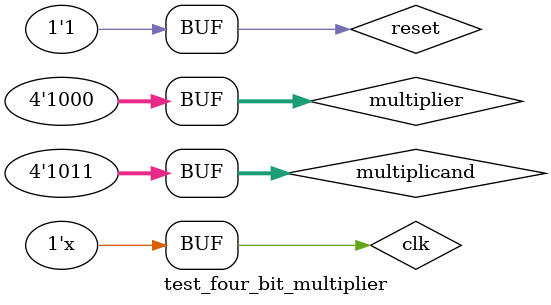
<source format=v>
`timescale 1ns / 1ps


module test_four_bit_multiplier;

	// Inputs
	reg clk;
	reg reset;
	reg [3:0] multiplicand;
	reg [3:0] multiplier;

	// Outputs
	wire [3:0] HI_FF;
	wire [3:0] LO_FF;

	// Instantiate the Unit Under Test (UUT)
	four_bit_multiplier uut (
		.clk(clk), 
		.reset(reset), 
		.multiplicand(multiplicand), 
		.multiplier(multiplier), 
		.HI_FF(HI_FF), 
		.LO_FF(LO_FF)
	);

	initial begin
		// Initialize Inputs
		clk = 0;
		reset = 0;
		#40
		reset = 1;
		
		multiplicand = 4'b1011;
		multiplier = 4'b1000;

		#200;
        
		 

	end
      always #100 clk = ~clk;
endmodule


</source>
